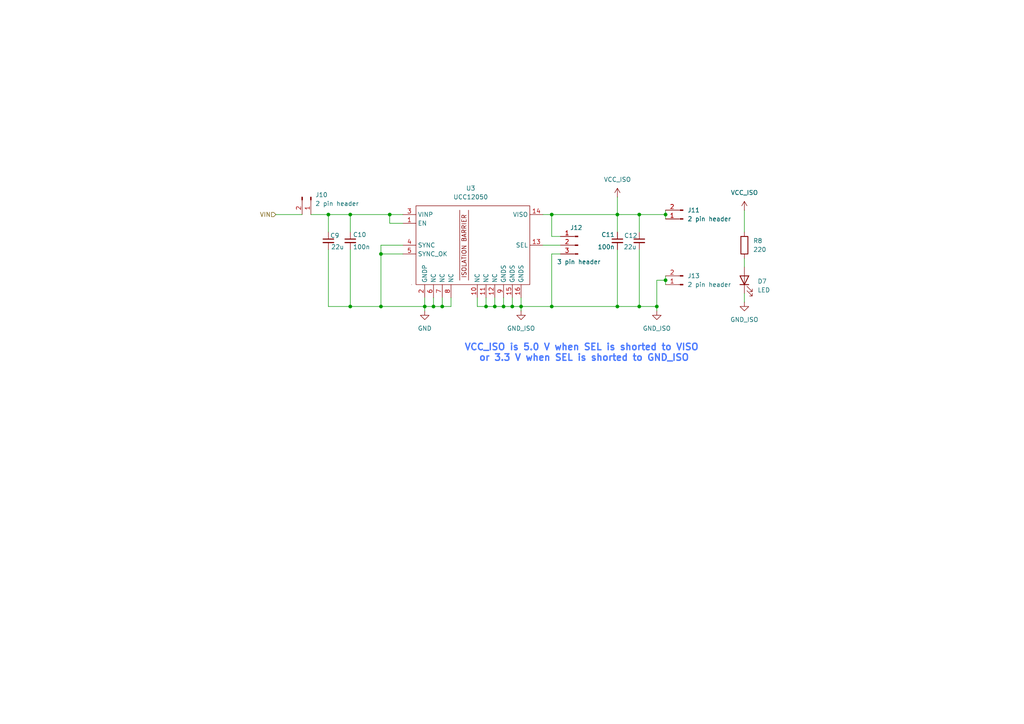
<source format=kicad_sch>
(kicad_sch
	(version 20231120)
	(generator "eeschema")
	(generator_version "8.0")
	(uuid "7afd2ae7-2b56-4a05-a88f-f25926dd8dda")
	(paper "A4")
	(lib_symbols
		(symbol "Connector:Conn_01x02_Pin"
			(pin_names
				(offset 1.016) hide)
			(exclude_from_sim no)
			(in_bom yes)
			(on_board yes)
			(property "Reference" "J"
				(at 0 2.54 0)
				(effects
					(font
						(size 1.27 1.27)
					)
				)
			)
			(property "Value" "Conn_01x02_Pin"
				(at 0 -5.08 0)
				(effects
					(font
						(size 1.27 1.27)
					)
				)
			)
			(property "Footprint" ""
				(at 0 0 0)
				(effects
					(font
						(size 1.27 1.27)
					)
					(hide yes)
				)
			)
			(property "Datasheet" "~"
				(at 0 0 0)
				(effects
					(font
						(size 1.27 1.27)
					)
					(hide yes)
				)
			)
			(property "Description" "Generic connector, single row, 01x02, script generated"
				(at 0 0 0)
				(effects
					(font
						(size 1.27 1.27)
					)
					(hide yes)
				)
			)
			(property "ki_locked" ""
				(at 0 0 0)
				(effects
					(font
						(size 1.27 1.27)
					)
				)
			)
			(property "ki_keywords" "connector"
				(at 0 0 0)
				(effects
					(font
						(size 1.27 1.27)
					)
					(hide yes)
				)
			)
			(property "ki_fp_filters" "Connector*:*_1x??_*"
				(at 0 0 0)
				(effects
					(font
						(size 1.27 1.27)
					)
					(hide yes)
				)
			)
			(symbol "Conn_01x02_Pin_1_1"
				(polyline
					(pts
						(xy 1.27 -2.54) (xy 0.8636 -2.54)
					)
					(stroke
						(width 0.1524)
						(type default)
					)
					(fill
						(type none)
					)
				)
				(polyline
					(pts
						(xy 1.27 0) (xy 0.8636 0)
					)
					(stroke
						(width 0.1524)
						(type default)
					)
					(fill
						(type none)
					)
				)
				(rectangle
					(start 0.8636 -2.413)
					(end 0 -2.667)
					(stroke
						(width 0.1524)
						(type default)
					)
					(fill
						(type outline)
					)
				)
				(rectangle
					(start 0.8636 0.127)
					(end 0 -0.127)
					(stroke
						(width 0.1524)
						(type default)
					)
					(fill
						(type outline)
					)
				)
				(pin passive line
					(at 5.08 0 180)
					(length 3.81)
					(name "Pin_1"
						(effects
							(font
								(size 1.27 1.27)
							)
						)
					)
					(number "1"
						(effects
							(font
								(size 1.27 1.27)
							)
						)
					)
				)
				(pin passive line
					(at 5.08 -2.54 180)
					(length 3.81)
					(name "Pin_2"
						(effects
							(font
								(size 1.27 1.27)
							)
						)
					)
					(number "2"
						(effects
							(font
								(size 1.27 1.27)
							)
						)
					)
				)
			)
		)
		(symbol "Connector:Conn_01x03_Pin"
			(pin_names
				(offset 1.016) hide)
			(exclude_from_sim no)
			(in_bom yes)
			(on_board yes)
			(property "Reference" "J"
				(at 0 5.08 0)
				(effects
					(font
						(size 1.27 1.27)
					)
				)
			)
			(property "Value" "Conn_01x03_Pin"
				(at 0 -5.08 0)
				(effects
					(font
						(size 1.27 1.27)
					)
				)
			)
			(property "Footprint" ""
				(at 0 0 0)
				(effects
					(font
						(size 1.27 1.27)
					)
					(hide yes)
				)
			)
			(property "Datasheet" "~"
				(at 0 0 0)
				(effects
					(font
						(size 1.27 1.27)
					)
					(hide yes)
				)
			)
			(property "Description" "Generic connector, single row, 01x03, script generated"
				(at 0 0 0)
				(effects
					(font
						(size 1.27 1.27)
					)
					(hide yes)
				)
			)
			(property "ki_locked" ""
				(at 0 0 0)
				(effects
					(font
						(size 1.27 1.27)
					)
				)
			)
			(property "ki_keywords" "connector"
				(at 0 0 0)
				(effects
					(font
						(size 1.27 1.27)
					)
					(hide yes)
				)
			)
			(property "ki_fp_filters" "Connector*:*_1x??_*"
				(at 0 0 0)
				(effects
					(font
						(size 1.27 1.27)
					)
					(hide yes)
				)
			)
			(symbol "Conn_01x03_Pin_1_1"
				(polyline
					(pts
						(xy 1.27 -2.54) (xy 0.8636 -2.54)
					)
					(stroke
						(width 0.1524)
						(type default)
					)
					(fill
						(type none)
					)
				)
				(polyline
					(pts
						(xy 1.27 0) (xy 0.8636 0)
					)
					(stroke
						(width 0.1524)
						(type default)
					)
					(fill
						(type none)
					)
				)
				(polyline
					(pts
						(xy 1.27 2.54) (xy 0.8636 2.54)
					)
					(stroke
						(width 0.1524)
						(type default)
					)
					(fill
						(type none)
					)
				)
				(rectangle
					(start 0.8636 -2.413)
					(end 0 -2.667)
					(stroke
						(width 0.1524)
						(type default)
					)
					(fill
						(type outline)
					)
				)
				(rectangle
					(start 0.8636 0.127)
					(end 0 -0.127)
					(stroke
						(width 0.1524)
						(type default)
					)
					(fill
						(type outline)
					)
				)
				(rectangle
					(start 0.8636 2.667)
					(end 0 2.413)
					(stroke
						(width 0.1524)
						(type default)
					)
					(fill
						(type outline)
					)
				)
				(pin passive line
					(at 5.08 2.54 180)
					(length 3.81)
					(name "Pin_1"
						(effects
							(font
								(size 1.27 1.27)
							)
						)
					)
					(number "1"
						(effects
							(font
								(size 1.27 1.27)
							)
						)
					)
				)
				(pin passive line
					(at 5.08 0 180)
					(length 3.81)
					(name "Pin_2"
						(effects
							(font
								(size 1.27 1.27)
							)
						)
					)
					(number "2"
						(effects
							(font
								(size 1.27 1.27)
							)
						)
					)
				)
				(pin passive line
					(at 5.08 -2.54 180)
					(length 3.81)
					(name "Pin_3"
						(effects
							(font
								(size 1.27 1.27)
							)
						)
					)
					(number "3"
						(effects
							(font
								(size 1.27 1.27)
							)
						)
					)
				)
			)
		)
		(symbol "Device:C_Small"
			(pin_numbers hide)
			(pin_names
				(offset 0.254) hide)
			(exclude_from_sim no)
			(in_bom yes)
			(on_board yes)
			(property "Reference" "C"
				(at 0.254 1.778 0)
				(effects
					(font
						(size 1.27 1.27)
					)
					(justify left)
				)
			)
			(property "Value" "C_Small"
				(at 0.254 -2.032 0)
				(effects
					(font
						(size 1.27 1.27)
					)
					(justify left)
				)
			)
			(property "Footprint" ""
				(at 0 0 0)
				(effects
					(font
						(size 1.27 1.27)
					)
					(hide yes)
				)
			)
			(property "Datasheet" "~"
				(at 0 0 0)
				(effects
					(font
						(size 1.27 1.27)
					)
					(hide yes)
				)
			)
			(property "Description" "Unpolarized capacitor, small symbol"
				(at 0 0 0)
				(effects
					(font
						(size 1.27 1.27)
					)
					(hide yes)
				)
			)
			(property "ki_keywords" "capacitor cap"
				(at 0 0 0)
				(effects
					(font
						(size 1.27 1.27)
					)
					(hide yes)
				)
			)
			(property "ki_fp_filters" "C_*"
				(at 0 0 0)
				(effects
					(font
						(size 1.27 1.27)
					)
					(hide yes)
				)
			)
			(symbol "C_Small_0_1"
				(polyline
					(pts
						(xy -1.524 -0.508) (xy 1.524 -0.508)
					)
					(stroke
						(width 0.3302)
						(type default)
					)
					(fill
						(type none)
					)
				)
				(polyline
					(pts
						(xy -1.524 0.508) (xy 1.524 0.508)
					)
					(stroke
						(width 0.3048)
						(type default)
					)
					(fill
						(type none)
					)
				)
			)
			(symbol "C_Small_1_1"
				(pin passive line
					(at 0 2.54 270)
					(length 2.032)
					(name "~"
						(effects
							(font
								(size 1.27 1.27)
							)
						)
					)
					(number "1"
						(effects
							(font
								(size 1.27 1.27)
							)
						)
					)
				)
				(pin passive line
					(at 0 -2.54 90)
					(length 2.032)
					(name "~"
						(effects
							(font
								(size 1.27 1.27)
							)
						)
					)
					(number "2"
						(effects
							(font
								(size 1.27 1.27)
							)
						)
					)
				)
			)
		)
		(symbol "Device:LED"
			(pin_numbers hide)
			(pin_names
				(offset 1.016) hide)
			(exclude_from_sim no)
			(in_bom yes)
			(on_board yes)
			(property "Reference" "D"
				(at 0 2.54 0)
				(effects
					(font
						(size 1.27 1.27)
					)
				)
			)
			(property "Value" "LED"
				(at 0 -2.54 0)
				(effects
					(font
						(size 1.27 1.27)
					)
				)
			)
			(property "Footprint" ""
				(at 0 0 0)
				(effects
					(font
						(size 1.27 1.27)
					)
					(hide yes)
				)
			)
			(property "Datasheet" "~"
				(at 0 0 0)
				(effects
					(font
						(size 1.27 1.27)
					)
					(hide yes)
				)
			)
			(property "Description" "Light emitting diode"
				(at 0 0 0)
				(effects
					(font
						(size 1.27 1.27)
					)
					(hide yes)
				)
			)
			(property "ki_keywords" "LED diode"
				(at 0 0 0)
				(effects
					(font
						(size 1.27 1.27)
					)
					(hide yes)
				)
			)
			(property "ki_fp_filters" "LED* LED_SMD:* LED_THT:*"
				(at 0 0 0)
				(effects
					(font
						(size 1.27 1.27)
					)
					(hide yes)
				)
			)
			(symbol "LED_0_1"
				(polyline
					(pts
						(xy -1.27 -1.27) (xy -1.27 1.27)
					)
					(stroke
						(width 0.254)
						(type default)
					)
					(fill
						(type none)
					)
				)
				(polyline
					(pts
						(xy -1.27 0) (xy 1.27 0)
					)
					(stroke
						(width 0)
						(type default)
					)
					(fill
						(type none)
					)
				)
				(polyline
					(pts
						(xy 1.27 -1.27) (xy 1.27 1.27) (xy -1.27 0) (xy 1.27 -1.27)
					)
					(stroke
						(width 0.254)
						(type default)
					)
					(fill
						(type none)
					)
				)
				(polyline
					(pts
						(xy -3.048 -0.762) (xy -4.572 -2.286) (xy -3.81 -2.286) (xy -4.572 -2.286) (xy -4.572 -1.524)
					)
					(stroke
						(width 0)
						(type default)
					)
					(fill
						(type none)
					)
				)
				(polyline
					(pts
						(xy -1.778 -0.762) (xy -3.302 -2.286) (xy -2.54 -2.286) (xy -3.302 -2.286) (xy -3.302 -1.524)
					)
					(stroke
						(width 0)
						(type default)
					)
					(fill
						(type none)
					)
				)
			)
			(symbol "LED_1_1"
				(pin passive line
					(at -3.81 0 0)
					(length 2.54)
					(name "K"
						(effects
							(font
								(size 1.27 1.27)
							)
						)
					)
					(number "1"
						(effects
							(font
								(size 1.27 1.27)
							)
						)
					)
				)
				(pin passive line
					(at 3.81 0 180)
					(length 2.54)
					(name "A"
						(effects
							(font
								(size 1.27 1.27)
							)
						)
					)
					(number "2"
						(effects
							(font
								(size 1.27 1.27)
							)
						)
					)
				)
			)
		)
		(symbol "Device:R"
			(pin_numbers hide)
			(pin_names
				(offset 0)
			)
			(exclude_from_sim no)
			(in_bom yes)
			(on_board yes)
			(property "Reference" "R"
				(at 2.032 0 90)
				(effects
					(font
						(size 1.27 1.27)
					)
				)
			)
			(property "Value" "R"
				(at 0 0 90)
				(effects
					(font
						(size 1.27 1.27)
					)
				)
			)
			(property "Footprint" ""
				(at -1.778 0 90)
				(effects
					(font
						(size 1.27 1.27)
					)
					(hide yes)
				)
			)
			(property "Datasheet" "~"
				(at 0 0 0)
				(effects
					(font
						(size 1.27 1.27)
					)
					(hide yes)
				)
			)
			(property "Description" "Resistor"
				(at 0 0 0)
				(effects
					(font
						(size 1.27 1.27)
					)
					(hide yes)
				)
			)
			(property "ki_keywords" "R res resistor"
				(at 0 0 0)
				(effects
					(font
						(size 1.27 1.27)
					)
					(hide yes)
				)
			)
			(property "ki_fp_filters" "R_*"
				(at 0 0 0)
				(effects
					(font
						(size 1.27 1.27)
					)
					(hide yes)
				)
			)
			(symbol "R_0_1"
				(rectangle
					(start -1.016 -2.54)
					(end 1.016 2.54)
					(stroke
						(width 0.254)
						(type default)
					)
					(fill
						(type none)
					)
				)
			)
			(symbol "R_1_1"
				(pin passive line
					(at 0 3.81 270)
					(length 1.27)
					(name "~"
						(effects
							(font
								(size 1.27 1.27)
							)
						)
					)
					(number "1"
						(effects
							(font
								(size 1.27 1.27)
							)
						)
					)
				)
				(pin passive line
					(at 0 -3.81 90)
					(length 1.27)
					(name "~"
						(effects
							(font
								(size 1.27 1.27)
							)
						)
					)
					(number "2"
						(effects
							(font
								(size 1.27 1.27)
							)
						)
					)
				)
			)
		)
		(symbol "TUES_VMKS_DC_lib:UCC12050"
			(exclude_from_sim no)
			(in_bom yes)
			(on_board yes)
			(property "Reference" "U?"
				(at 1.524 24.384 0)
				(effects
					(font
						(size 1.27 1.27)
					)
				)
			)
			(property "Value" "UCC12050"
				(at 36.576 -1.778 0)
				(effects
					(font
						(size 1.27 1.27)
					)
				)
			)
			(property "Footprint" "SOIC-16_UCC12050"
				(at -1.27 0 0)
				(effects
					(font
						(size 1.27 1.27)
					)
					(hide yes)
				)
			)
			(property "Datasheet" "https://www.ti.com/lit/ds/symlink/ucc12050.pdf"
				(at 68.326 1.27 0)
				(effects
					(font
						(size 1.27 1.27)
					)
					(hide yes)
				)
			)
			(property "Description" "High-Density, Low-EMI, 5-kVRMS Reinforced Isolation DC/DC Module"
				(at 36.068 29.464 0)
				(effects
					(font
						(size 1.27 1.27)
					)
					(hide yes)
				)
			)
			(symbol "UCC12050_0_1"
				(rectangle
					(start -1.27 0)
					(end -1.27 0)
					(stroke
						(width 0)
						(type default)
					)
					(fill
						(type none)
					)
				)
				(polyline
					(pts
						(xy 12.7 1.27) (xy 12.7 21.59)
					)
					(stroke
						(width 0)
						(type default)
					)
					(fill
						(type none)
					)
				)
				(polyline
					(pts
						(xy 15.24 1.27) (xy 15.24 21.59)
					)
					(stroke
						(width 0)
						(type default)
					)
					(fill
						(type none)
					)
				)
				(rectangle
					(start 0 22.86)
					(end 33.02 0)
					(stroke
						(width 0)
						(type default)
					)
					(fill
						(type none)
					)
				)
			)
			(symbol "UCC12050_1_1"
				(text "ISOLATION BARRIER"
					(at 13.97 11.176 900)
					(effects
						(font
							(size 1.27 1.27)
						)
					)
				)
				(pin input line
					(at -3.81 17.78 0)
					(length 3.81)
					(name "EN"
						(effects
							(font
								(size 1.27 1.27)
							)
						)
					)
					(number "1"
						(effects
							(font
								(size 1.27 1.27)
							)
						)
					)
				)
				(pin free line
					(at 17.78 -3.81 90)
					(length 3.81)
					(name "NC"
						(effects
							(font
								(size 1.27 1.27)
							)
						)
					)
					(number "10"
						(effects
							(font
								(size 1.27 1.27)
							)
						)
					)
				)
				(pin free line
					(at 20.32 -3.81 90)
					(length 3.81)
					(name "NC"
						(effects
							(font
								(size 1.27 1.27)
							)
						)
					)
					(number "11"
						(effects
							(font
								(size 1.27 1.27)
							)
						)
					)
				)
				(pin free line
					(at 22.86 -3.81 90)
					(length 3.81)
					(name "NC"
						(effects
							(font
								(size 1.27 1.27)
							)
						)
					)
					(number "12"
						(effects
							(font
								(size 1.27 1.27)
							)
						)
					)
				)
				(pin input line
					(at 36.83 11.43 180)
					(length 3.81)
					(name "SEL"
						(effects
							(font
								(size 1.27 1.27)
							)
						)
					)
					(number "13"
						(effects
							(font
								(size 1.27 1.27)
							)
						)
					)
				)
				(pin power_out line
					(at 36.83 20.32 180)
					(length 3.81)
					(name "VISO"
						(effects
							(font
								(size 1.27 1.27)
							)
						)
					)
					(number "14"
						(effects
							(font
								(size 1.27 1.27)
							)
						)
					)
				)
				(pin power_out line
					(at 27.94 -3.81 90)
					(length 3.81)
					(name "GNDS"
						(effects
							(font
								(size 1.27 1.27)
							)
						)
					)
					(number "15"
						(effects
							(font
								(size 1.27 1.27)
							)
						)
					)
				)
				(pin power_out line
					(at 30.48 -3.81 90)
					(length 3.81)
					(name "GNDS"
						(effects
							(font
								(size 1.27 1.27)
							)
						)
					)
					(number "16"
						(effects
							(font
								(size 1.27 1.27)
							)
						)
					)
				)
				(pin power_out line
					(at 2.54 -3.81 90)
					(length 3.81)
					(name "GNDP"
						(effects
							(font
								(size 1.27 1.27)
							)
						)
					)
					(number "2"
						(effects
							(font
								(size 1.27 1.27)
							)
						)
					)
				)
				(pin power_in line
					(at -3.81 20.32 0)
					(length 3.81)
					(name "VINP"
						(effects
							(font
								(size 1.27 1.27)
							)
						)
					)
					(number "3"
						(effects
							(font
								(size 1.27 1.27)
							)
						)
					)
				)
				(pin input line
					(at -3.81 11.43 0)
					(length 3.81)
					(name "SYNC"
						(effects
							(font
								(size 1.27 1.27)
							)
						)
					)
					(number "4"
						(effects
							(font
								(size 1.27 1.27)
							)
						)
					)
				)
				(pin open_collector line
					(at -3.81 8.89 0)
					(length 3.81)
					(name "SYNC_OK"
						(effects
							(font
								(size 1.27 1.27)
							)
						)
					)
					(number "5"
						(effects
							(font
								(size 1.27 1.27)
							)
						)
					)
				)
				(pin free line
					(at 5.08 -3.81 90)
					(length 3.81)
					(name "NC"
						(effects
							(font
								(size 1.27 1.27)
							)
						)
					)
					(number "6"
						(effects
							(font
								(size 1.27 1.27)
							)
						)
					)
				)
				(pin free line
					(at 7.62 -3.81 90)
					(length 3.81)
					(name "NC"
						(effects
							(font
								(size 1.27 1.27)
							)
						)
					)
					(number "7"
						(effects
							(font
								(size 1.27 1.27)
							)
						)
					)
				)
				(pin free line
					(at 10.16 -3.81 90)
					(length 3.81)
					(name "NC"
						(effects
							(font
								(size 1.27 1.27)
							)
						)
					)
					(number "8"
						(effects
							(font
								(size 1.27 1.27)
							)
						)
					)
				)
				(pin power_out line
					(at 25.4 -3.81 90)
					(length 3.81)
					(name "GNDS"
						(effects
							(font
								(size 1.27 1.27)
							)
						)
					)
					(number "9"
						(effects
							(font
								(size 1.27 1.27)
							)
						)
					)
				)
			)
		)
		(symbol "power:GND"
			(power)
			(pin_numbers hide)
			(pin_names
				(offset 0) hide)
			(exclude_from_sim no)
			(in_bom yes)
			(on_board yes)
			(property "Reference" "#PWR"
				(at 0 -6.35 0)
				(effects
					(font
						(size 1.27 1.27)
					)
					(hide yes)
				)
			)
			(property "Value" "GND"
				(at 0 -3.81 0)
				(effects
					(font
						(size 1.27 1.27)
					)
				)
			)
			(property "Footprint" ""
				(at 0 0 0)
				(effects
					(font
						(size 1.27 1.27)
					)
					(hide yes)
				)
			)
			(property "Datasheet" ""
				(at 0 0 0)
				(effects
					(font
						(size 1.27 1.27)
					)
					(hide yes)
				)
			)
			(property "Description" "Power symbol creates a global label with name \"GND\" , ground"
				(at 0 0 0)
				(effects
					(font
						(size 1.27 1.27)
					)
					(hide yes)
				)
			)
			(property "ki_keywords" "global power"
				(at 0 0 0)
				(effects
					(font
						(size 1.27 1.27)
					)
					(hide yes)
				)
			)
			(symbol "GND_0_1"
				(polyline
					(pts
						(xy 0 0) (xy 0 -1.27) (xy 1.27 -1.27) (xy 0 -2.54) (xy -1.27 -1.27) (xy 0 -1.27)
					)
					(stroke
						(width 0)
						(type default)
					)
					(fill
						(type none)
					)
				)
			)
			(symbol "GND_1_1"
				(pin power_in line
					(at 0 0 270)
					(length 0)
					(name "~"
						(effects
							(font
								(size 1.27 1.27)
							)
						)
					)
					(number "1"
						(effects
							(font
								(size 1.27 1.27)
							)
						)
					)
				)
			)
		)
		(symbol "power:VCC"
			(power)
			(pin_numbers hide)
			(pin_names
				(offset 0) hide)
			(exclude_from_sim no)
			(in_bom yes)
			(on_board yes)
			(property "Reference" "#PWR"
				(at 0 -3.81 0)
				(effects
					(font
						(size 1.27 1.27)
					)
					(hide yes)
				)
			)
			(property "Value" "VCC"
				(at 0 3.556 0)
				(effects
					(font
						(size 1.27 1.27)
					)
				)
			)
			(property "Footprint" ""
				(at 0 0 0)
				(effects
					(font
						(size 1.27 1.27)
					)
					(hide yes)
				)
			)
			(property "Datasheet" ""
				(at 0 0 0)
				(effects
					(font
						(size 1.27 1.27)
					)
					(hide yes)
				)
			)
			(property "Description" "Power symbol creates a global label with name \"VCC\""
				(at 0 0 0)
				(effects
					(font
						(size 1.27 1.27)
					)
					(hide yes)
				)
			)
			(property "ki_keywords" "global power"
				(at 0 0 0)
				(effects
					(font
						(size 1.27 1.27)
					)
					(hide yes)
				)
			)
			(symbol "VCC_0_1"
				(polyline
					(pts
						(xy -0.762 1.27) (xy 0 2.54)
					)
					(stroke
						(width 0)
						(type default)
					)
					(fill
						(type none)
					)
				)
				(polyline
					(pts
						(xy 0 0) (xy 0 2.54)
					)
					(stroke
						(width 0)
						(type default)
					)
					(fill
						(type none)
					)
				)
				(polyline
					(pts
						(xy 0 2.54) (xy 0.762 1.27)
					)
					(stroke
						(width 0)
						(type default)
					)
					(fill
						(type none)
					)
				)
			)
			(symbol "VCC_1_1"
				(pin power_in line
					(at 0 0 90)
					(length 0)
					(name "~"
						(effects
							(font
								(size 1.27 1.27)
							)
						)
					)
					(number "1"
						(effects
							(font
								(size 1.27 1.27)
							)
						)
					)
				)
			)
		)
	)
	(junction
		(at 193.04 62.23)
		(diameter 0)
		(color 0 0 0 0)
		(uuid "04b9af4a-272f-4d88-89cc-e092ef4c2f8c")
	)
	(junction
		(at 179.07 62.23)
		(diameter 0)
		(color 0 0 0 0)
		(uuid "104745d6-1b99-4f79-92ee-209cc7ab5b1b")
	)
	(junction
		(at 185.42 62.23)
		(diameter 0)
		(color 0 0 0 0)
		(uuid "16c3abd2-a714-4a54-a824-057edb6d5c28")
	)
	(junction
		(at 190.5 88.9)
		(diameter 0)
		(color 0 0 0 0)
		(uuid "1a3564c0-c227-46ba-8efc-6dc43b5c0ccf")
	)
	(junction
		(at 101.6 62.23)
		(diameter 0)
		(color 0 0 0 0)
		(uuid "4d170bbc-d0b6-4a31-8b98-6aac7c4bf426")
	)
	(junction
		(at 146.05 88.9)
		(diameter 0)
		(color 0 0 0 0)
		(uuid "509434cf-1c70-43b8-aac2-39fff34ff6c6")
	)
	(junction
		(at 179.07 88.9)
		(diameter 0)
		(color 0 0 0 0)
		(uuid "5208d7a8-9b3a-4c23-b208-07f8381c43ce")
	)
	(junction
		(at 193.04 81.28)
		(diameter 0)
		(color 0 0 0 0)
		(uuid "575e2b02-3bc9-486f-acd2-8881101f73ee")
	)
	(junction
		(at 110.49 73.66)
		(diameter 0)
		(color 0 0 0 0)
		(uuid "6f50a113-d88c-4f06-85b1-d3f7f8e59f70")
	)
	(junction
		(at 123.19 88.9)
		(diameter 0)
		(color 0 0 0 0)
		(uuid "70eeb743-0327-4c29-a521-d0e2ed639a35")
	)
	(junction
		(at 148.59 88.9)
		(diameter 0)
		(color 0 0 0 0)
		(uuid "7f1a93b6-0e1b-4246-8cf1-542b1861edac")
	)
	(junction
		(at 160.02 62.23)
		(diameter 0)
		(color 0 0 0 0)
		(uuid "91b3cbba-cb94-47b3-a276-99fa3dbae2d4")
	)
	(junction
		(at 125.73 88.9)
		(diameter 0)
		(color 0 0 0 0)
		(uuid "976d6e08-c7e4-45a2-8763-00f14c839cf7")
	)
	(junction
		(at 95.25 62.23)
		(diameter 0)
		(color 0 0 0 0)
		(uuid "98f2e154-3b32-4135-a1fd-74b1667c3241")
	)
	(junction
		(at 128.27 88.9)
		(diameter 0)
		(color 0 0 0 0)
		(uuid "ae89bccc-fbfd-4d1d-a819-bf80beeb857e")
	)
	(junction
		(at 101.6 88.9)
		(diameter 0)
		(color 0 0 0 0)
		(uuid "b30e0061-dbbd-4532-a34a-203dffea277c")
	)
	(junction
		(at 185.42 88.9)
		(diameter 0)
		(color 0 0 0 0)
		(uuid "b5abcbe4-6528-4c99-838c-0a2cd98e3581")
	)
	(junction
		(at 151.13 88.9)
		(diameter 0)
		(color 0 0 0 0)
		(uuid "ba31ebb2-8638-46ab-b03b-b94b99b23ee3")
	)
	(junction
		(at 113.03 62.23)
		(diameter 0)
		(color 0 0 0 0)
		(uuid "c78b25c4-a8f1-462d-bcb3-daa1417b5b9e")
	)
	(junction
		(at 143.51 88.9)
		(diameter 0)
		(color 0 0 0 0)
		(uuid "ced47ae7-bcdd-4650-94e8-627d36f1af13")
	)
	(junction
		(at 140.97 88.9)
		(diameter 0)
		(color 0 0 0 0)
		(uuid "d0bb6586-ac64-44bf-86ef-39ace61923bf")
	)
	(junction
		(at 110.49 88.9)
		(diameter 0)
		(color 0 0 0 0)
		(uuid "d444c8a1-2616-42f9-b683-45019c1c65a6")
	)
	(junction
		(at 160.02 88.9)
		(diameter 0)
		(color 0 0 0 0)
		(uuid "e6ac1b0a-8625-4b3b-b20d-1fa041502fbf")
	)
	(wire
		(pts
			(xy 193.04 81.28) (xy 193.04 82.55)
		)
		(stroke
			(width 0)
			(type default)
		)
		(uuid "00358b9f-2081-406a-9fe0-fae9e516229d")
	)
	(wire
		(pts
			(xy 151.13 86.36) (xy 151.13 88.9)
		)
		(stroke
			(width 0)
			(type default)
		)
		(uuid "00e6646d-a03b-4fb9-ac51-7c2cb1b16135")
	)
	(wire
		(pts
			(xy 185.42 62.23) (xy 193.04 62.23)
		)
		(stroke
			(width 0)
			(type default)
		)
		(uuid "01755339-09e6-4c78-b174-e19a1227afec")
	)
	(wire
		(pts
			(xy 110.49 88.9) (xy 101.6 88.9)
		)
		(stroke
			(width 0)
			(type default)
		)
		(uuid "01a4aff1-9fd9-48bb-b674-ccd686b5ff76")
	)
	(wire
		(pts
			(xy 160.02 88.9) (xy 179.07 88.9)
		)
		(stroke
			(width 0)
			(type default)
		)
		(uuid "07ba7c1f-6438-4da6-aa75-3a7cb011e9d1")
	)
	(wire
		(pts
			(xy 193.04 60.96) (xy 193.04 62.23)
		)
		(stroke
			(width 0)
			(type default)
		)
		(uuid "0b431558-005a-429e-84ae-b9927e29d880")
	)
	(wire
		(pts
			(xy 110.49 88.9) (xy 110.49 73.66)
		)
		(stroke
			(width 0)
			(type default)
		)
		(uuid "0e833d2b-2e52-4635-9f86-e9acd3a6d422")
	)
	(wire
		(pts
			(xy 138.43 86.36) (xy 138.43 88.9)
		)
		(stroke
			(width 0)
			(type default)
		)
		(uuid "0ec711ee-b486-494f-9312-13d2c4c741a5")
	)
	(wire
		(pts
			(xy 179.07 72.39) (xy 179.07 88.9)
		)
		(stroke
			(width 0)
			(type default)
		)
		(uuid "142314a9-050f-4492-ac1f-3bcb9fb9c818")
	)
	(wire
		(pts
			(xy 215.9 74.93) (xy 215.9 77.47)
		)
		(stroke
			(width 0)
			(type default)
		)
		(uuid "17ebec7f-64f3-450c-ab00-2dc8288ca226")
	)
	(wire
		(pts
			(xy 128.27 88.9) (xy 130.81 88.9)
		)
		(stroke
			(width 0)
			(type default)
		)
		(uuid "1c4abf4f-8db8-41e7-ad8a-85d058b21817")
	)
	(wire
		(pts
			(xy 190.5 88.9) (xy 190.5 90.17)
		)
		(stroke
			(width 0)
			(type default)
		)
		(uuid "21cc014d-18dc-4cb7-a23a-625f6ccff29c")
	)
	(wire
		(pts
			(xy 148.59 88.9) (xy 151.13 88.9)
		)
		(stroke
			(width 0)
			(type default)
		)
		(uuid "25d7438b-d9c3-4066-a28b-5f7bfaf9eac7")
	)
	(wire
		(pts
			(xy 179.07 62.23) (xy 179.07 67.31)
		)
		(stroke
			(width 0)
			(type default)
		)
		(uuid "279adec6-f593-446a-971b-8354d578dea9")
	)
	(wire
		(pts
			(xy 125.73 88.9) (xy 125.73 86.36)
		)
		(stroke
			(width 0)
			(type default)
		)
		(uuid "2a26919a-f2ad-4f52-b330-d42a63ce07f5")
	)
	(wire
		(pts
			(xy 90.17 62.23) (xy 95.25 62.23)
		)
		(stroke
			(width 0)
			(type default)
		)
		(uuid "2dd3b86c-9827-4fb0-97ec-fca0248b5890")
	)
	(wire
		(pts
			(xy 148.59 86.36) (xy 148.59 88.9)
		)
		(stroke
			(width 0)
			(type default)
		)
		(uuid "2e3ccf2b-83c8-4805-b235-bceb7db1a125")
	)
	(wire
		(pts
			(xy 101.6 88.9) (xy 95.25 88.9)
		)
		(stroke
			(width 0)
			(type default)
		)
		(uuid "3290feb2-0977-4848-963a-ae19058f3916")
	)
	(wire
		(pts
			(xy 95.25 88.9) (xy 95.25 72.39)
		)
		(stroke
			(width 0)
			(type default)
		)
		(uuid "343fa147-e9a0-46d4-87f8-cebb1aa433b4")
	)
	(wire
		(pts
			(xy 185.42 62.23) (xy 185.42 67.31)
		)
		(stroke
			(width 0)
			(type default)
		)
		(uuid "3573862a-034b-4f3b-8f24-f22700455667")
	)
	(wire
		(pts
			(xy 113.03 64.77) (xy 113.03 62.23)
		)
		(stroke
			(width 0)
			(type default)
		)
		(uuid "35bebb69-58fd-4574-af0c-70b01eae576f")
	)
	(wire
		(pts
			(xy 160.02 62.23) (xy 160.02 68.58)
		)
		(stroke
			(width 0)
			(type default)
		)
		(uuid "3c97b5a6-24bd-4088-8b3e-c5a0ba4011c2")
	)
	(wire
		(pts
			(xy 162.56 68.58) (xy 160.02 68.58)
		)
		(stroke
			(width 0)
			(type default)
		)
		(uuid "3dbbf2b2-a90c-4629-9365-e7721e6ced0b")
	)
	(wire
		(pts
			(xy 95.25 62.23) (xy 95.25 67.31)
		)
		(stroke
			(width 0)
			(type default)
		)
		(uuid "43bd731c-d8f9-4b43-b504-f9cded12998f")
	)
	(wire
		(pts
			(xy 123.19 88.9) (xy 123.19 90.17)
		)
		(stroke
			(width 0)
			(type default)
		)
		(uuid "448d53a8-b496-4f3e-8726-aa908a39854d")
	)
	(wire
		(pts
			(xy 193.04 62.23) (xy 193.04 63.5)
		)
		(stroke
			(width 0)
			(type default)
		)
		(uuid "482e1f50-f98d-4745-a99e-64caf1301842")
	)
	(wire
		(pts
			(xy 215.9 85.09) (xy 215.9 87.63)
		)
		(stroke
			(width 0)
			(type default)
		)
		(uuid "51b58b7e-1cb0-40b2-8e77-9438fd56cbd9")
	)
	(wire
		(pts
			(xy 190.5 81.28) (xy 190.5 88.9)
		)
		(stroke
			(width 0)
			(type default)
		)
		(uuid "5b123c26-2f6f-43e8-a370-f6fd802f70b2")
	)
	(wire
		(pts
			(xy 157.48 71.12) (xy 162.56 71.12)
		)
		(stroke
			(width 0)
			(type default)
		)
		(uuid "5dbd4111-a5ba-4c34-a442-070c014851d4")
	)
	(wire
		(pts
			(xy 179.07 62.23) (xy 185.42 62.23)
		)
		(stroke
			(width 0)
			(type default)
		)
		(uuid "60c856d4-098c-4df5-94ef-5c5de420a356")
	)
	(wire
		(pts
			(xy 151.13 88.9) (xy 160.02 88.9)
		)
		(stroke
			(width 0)
			(type default)
		)
		(uuid "628fc220-fbf5-4894-8541-1b821164b940")
	)
	(wire
		(pts
			(xy 140.97 86.36) (xy 140.97 88.9)
		)
		(stroke
			(width 0)
			(type default)
		)
		(uuid "67646bac-f9ff-4716-a72b-122af4ce9c4a")
	)
	(wire
		(pts
			(xy 130.81 88.9) (xy 130.81 86.36)
		)
		(stroke
			(width 0)
			(type default)
		)
		(uuid "69e0b29d-e432-4fc2-aa13-839d1ed6d000")
	)
	(wire
		(pts
			(xy 110.49 73.66) (xy 110.49 71.12)
		)
		(stroke
			(width 0)
			(type default)
		)
		(uuid "6c0a92fc-be39-4a4d-a685-875453fc0a03")
	)
	(wire
		(pts
			(xy 80.01 62.23) (xy 87.63 62.23)
		)
		(stroke
			(width 0)
			(type default)
		)
		(uuid "73cb2a5b-6fd1-4b4f-9cda-eaa04f0e981b")
	)
	(wire
		(pts
			(xy 157.48 62.23) (xy 160.02 62.23)
		)
		(stroke
			(width 0)
			(type default)
		)
		(uuid "7be11c14-f146-4fe8-b16a-b82ec7e39b55")
	)
	(wire
		(pts
			(xy 123.19 88.9) (xy 110.49 88.9)
		)
		(stroke
			(width 0)
			(type default)
		)
		(uuid "83059ffd-be21-49aa-a9b3-5b2b17660db0")
	)
	(wire
		(pts
			(xy 146.05 86.36) (xy 146.05 88.9)
		)
		(stroke
			(width 0)
			(type default)
		)
		(uuid "8556c8ca-5b5b-4efa-afcd-15427bba0623")
	)
	(wire
		(pts
			(xy 185.42 88.9) (xy 185.42 72.39)
		)
		(stroke
			(width 0)
			(type default)
		)
		(uuid "8ff2cfc6-254b-4dd1-9ac9-cff31d011d84")
	)
	(wire
		(pts
			(xy 143.51 86.36) (xy 143.51 88.9)
		)
		(stroke
			(width 0)
			(type default)
		)
		(uuid "940924bc-ae5f-4486-8dbd-ed535b91dd92")
	)
	(wire
		(pts
			(xy 160.02 62.23) (xy 179.07 62.23)
		)
		(stroke
			(width 0)
			(type default)
		)
		(uuid "9cb10971-5d23-49e8-bb92-dab56acf0073")
	)
	(wire
		(pts
			(xy 143.51 88.9) (xy 146.05 88.9)
		)
		(stroke
			(width 0)
			(type default)
		)
		(uuid "9f3fc628-68ba-4148-a6d7-eccbb92afbea")
	)
	(wire
		(pts
			(xy 160.02 73.66) (xy 160.02 88.9)
		)
		(stroke
			(width 0)
			(type default)
		)
		(uuid "a90ddb29-61fd-4e64-aad9-79615b06f7ee")
	)
	(wire
		(pts
			(xy 101.6 72.39) (xy 101.6 88.9)
		)
		(stroke
			(width 0)
			(type default)
		)
		(uuid "aeb250ec-6e10-451c-b749-57763297e3e6")
	)
	(wire
		(pts
			(xy 123.19 86.36) (xy 123.19 88.9)
		)
		(stroke
			(width 0)
			(type default)
		)
		(uuid "aeb7fe4c-e088-4639-a96e-52e3de99d9c3")
	)
	(wire
		(pts
			(xy 179.07 88.9) (xy 185.42 88.9)
		)
		(stroke
			(width 0)
			(type default)
		)
		(uuid "b3b47e5c-16b6-4ddc-88ad-28f92cde4583")
	)
	(wire
		(pts
			(xy 128.27 88.9) (xy 125.73 88.9)
		)
		(stroke
			(width 0)
			(type default)
		)
		(uuid "b3bb83c1-0afa-4569-a29d-43645fa8cddc")
	)
	(wire
		(pts
			(xy 146.05 88.9) (xy 148.59 88.9)
		)
		(stroke
			(width 0)
			(type default)
		)
		(uuid "b8dde319-a492-448a-a040-1ef9aaaeedff")
	)
	(wire
		(pts
			(xy 179.07 57.15) (xy 179.07 62.23)
		)
		(stroke
			(width 0)
			(type default)
		)
		(uuid "cba0a13a-2845-4583-9a26-788da186cfaa")
	)
	(wire
		(pts
			(xy 110.49 73.66) (xy 116.84 73.66)
		)
		(stroke
			(width 0)
			(type default)
		)
		(uuid "cf6fba02-8587-42a6-9f18-71f8178b2e70")
	)
	(wire
		(pts
			(xy 101.6 62.23) (xy 101.6 67.31)
		)
		(stroke
			(width 0)
			(type default)
		)
		(uuid "d69e513e-5e13-494f-8ebc-d5d16735392d")
	)
	(wire
		(pts
			(xy 123.19 88.9) (xy 125.73 88.9)
		)
		(stroke
			(width 0)
			(type default)
		)
		(uuid "db7dce2d-e8a7-490f-a20a-e6296d361445")
	)
	(wire
		(pts
			(xy 95.25 62.23) (xy 101.6 62.23)
		)
		(stroke
			(width 0)
			(type default)
		)
		(uuid "dc6b4081-d7f6-4b64-94e6-805896b61139")
	)
	(wire
		(pts
			(xy 101.6 62.23) (xy 113.03 62.23)
		)
		(stroke
			(width 0)
			(type default)
		)
		(uuid "dc7a6ed4-3677-44e4-bd02-e09704f0942b")
	)
	(wire
		(pts
			(xy 138.43 88.9) (xy 140.97 88.9)
		)
		(stroke
			(width 0)
			(type default)
		)
		(uuid "dca1780c-47c1-4e58-bf01-a05731aac790")
	)
	(wire
		(pts
			(xy 215.9 60.96) (xy 215.9 67.31)
		)
		(stroke
			(width 0)
			(type default)
		)
		(uuid "e79cd86d-07a0-49e8-86e7-a2b5d7fd9d77")
	)
	(wire
		(pts
			(xy 151.13 88.9) (xy 151.13 90.17)
		)
		(stroke
			(width 0)
			(type default)
		)
		(uuid "ebe9a982-7756-4305-b6d7-70a555b7d5de")
	)
	(wire
		(pts
			(xy 193.04 81.28) (xy 190.5 81.28)
		)
		(stroke
			(width 0)
			(type default)
		)
		(uuid "ed0b0200-6552-4eca-a8b6-bb8adcffee44")
	)
	(wire
		(pts
			(xy 113.03 62.23) (xy 116.84 62.23)
		)
		(stroke
			(width 0)
			(type default)
		)
		(uuid "f027823a-07d7-453d-8b18-a010b127a10d")
	)
	(wire
		(pts
			(xy 140.97 88.9) (xy 143.51 88.9)
		)
		(stroke
			(width 0)
			(type default)
		)
		(uuid "f03908a4-baf4-42d7-8e7f-7e49764a83ec")
	)
	(wire
		(pts
			(xy 185.42 88.9) (xy 190.5 88.9)
		)
		(stroke
			(width 0)
			(type default)
		)
		(uuid "f20b3690-9d07-49a2-ba71-982d58b0adca")
	)
	(wire
		(pts
			(xy 193.04 80.01) (xy 193.04 81.28)
		)
		(stroke
			(width 0)
			(type default)
		)
		(uuid "f249687f-5167-4d76-bbbb-79d9edd52180")
	)
	(wire
		(pts
			(xy 128.27 86.36) (xy 128.27 88.9)
		)
		(stroke
			(width 0)
			(type default)
		)
		(uuid "f3053a88-b5fb-4b4d-872a-88e0b221acea")
	)
	(wire
		(pts
			(xy 110.49 71.12) (xy 116.84 71.12)
		)
		(stroke
			(width 0)
			(type default)
		)
		(uuid "f6f64be9-c45f-45f4-a781-7beb0d475b65")
	)
	(wire
		(pts
			(xy 116.84 64.77) (xy 113.03 64.77)
		)
		(stroke
			(width 0)
			(type default)
		)
		(uuid "f93762c2-4554-4bbe-ab85-003d3f0d17f0")
	)
	(wire
		(pts
			(xy 162.56 73.66) (xy 160.02 73.66)
		)
		(stroke
			(width 0)
			(type default)
		)
		(uuid "fb43ae5e-6b96-4bed-9e14-9925ded3b22a")
	)
	(text "VCC_ISO is 5.0 V when SEL is shorted to VISO \nor 3.3 V when SEL is shorted to GND_ISO"
		(exclude_from_sim no)
		(at 169.418 102.362 0)
		(effects
			(font
				(size 1.905 1.905)
				(thickness 0.381)
				(bold yes)
				(color 73 120 255 1)
			)
		)
		(uuid "81078060-ffe9-4cef-91a8-edefcf56d993")
	)
	(hierarchical_label "VIN"
		(shape input)
		(at 80.01 62.23 180)
		(fields_autoplaced yes)
		(effects
			(font
				(size 1.27 1.27)
			)
			(justify right)
		)
		(uuid "d2e05a19-7f0e-4f45-8685-33ccf47643be")
	)
	(symbol
		(lib_id "Connector:Conn_01x03_Pin")
		(at 167.64 71.12 0)
		(mirror y)
		(unit 1)
		(exclude_from_sim no)
		(in_bom yes)
		(on_board yes)
		(dnp no)
		(uuid "033ec107-733e-4860-b449-d1634300ec35")
		(property "Reference" "J12"
			(at 167.132 66.04 0)
			(effects
				(font
					(size 1.27 1.27)
				)
			)
		)
		(property "Value" "3 pin header"
			(at 167.894 75.946 0)
			(effects
				(font
					(size 1.27 1.27)
				)
			)
		)
		(property "Footprint" "Connector_PinHeader_2.54mm:PinHeader_1x03_P2.54mm_Vertical"
			(at 167.64 71.12 0)
			(effects
				(font
					(size 1.27 1.27)
				)
				(hide yes)
			)
		)
		(property "Datasheet" "~"
			(at 167.64 71.12 0)
			(effects
				(font
					(size 1.27 1.27)
				)
				(hide yes)
			)
		)
		(property "Description" "Generic connector, single row, 01x03, script generated"
			(at 167.64 71.12 0)
			(effects
				(font
					(size 1.27 1.27)
				)
				(hide yes)
			)
		)
		(pin "2"
			(uuid "26c6645b-4e2a-4b81-a2cd-7661fcbbc71b")
		)
		(pin "1"
			(uuid "57a97be2-9dd4-427f-8f63-153373fddb6c")
		)
		(pin "3"
			(uuid "fa3dd44a-4ec8-4faf-be40-f002a3df84cb")
		)
		(instances
			(project ""
				(path "/90387532-b487-487a-b99c-671e9dfd7a26/55bda9ff-afa5-4092-9a01-73b8d4601ffb"
					(reference "J12")
					(unit 1)
				)
			)
		)
	)
	(symbol
		(lib_id "Device:C_Small")
		(at 179.07 69.85 0)
		(mirror y)
		(unit 1)
		(exclude_from_sim no)
		(in_bom yes)
		(on_board yes)
		(dnp no)
		(uuid "0a04e6f3-c47d-4fc1-acb8-991bd7c4b963")
		(property "Reference" "C11"
			(at 178.308 68.072 0)
			(effects
				(font
					(size 1.27 1.27)
				)
				(justify left)
			)
		)
		(property "Value" "100n"
			(at 178.308 71.628 0)
			(effects
				(font
					(size 1.27 1.27)
				)
				(justify left)
			)
		)
		(property "Footprint" "Capacitor_SMD:C_0603_1608Metric_Pad1.08x0.95mm_HandSolder"
			(at 179.07 69.85 0)
			(effects
				(font
					(size 1.27 1.27)
				)
				(hide yes)
			)
		)
		(property "Datasheet" "~"
			(at 179.07 69.85 0)
			(effects
				(font
					(size 1.27 1.27)
				)
				(hide yes)
			)
		)
		(property "Description" "Unpolarized capacitor, small symbol"
			(at 179.07 69.85 0)
			(effects
				(font
					(size 1.27 1.27)
				)
				(hide yes)
			)
		)
		(pin "1"
			(uuid "fe246c92-04c2-4f25-bc4d-2c1168856cab")
		)
		(pin "2"
			(uuid "f06e3eba-079e-4117-9c8f-9bcfcf4791da")
		)
		(instances
			(project "G11_EMB_PCB1"
				(path "/90387532-b487-487a-b99c-671e9dfd7a26/55bda9ff-afa5-4092-9a01-73b8d4601ffb"
					(reference "C11")
					(unit 1)
				)
			)
		)
	)
	(symbol
		(lib_id "Device:C_Small")
		(at 101.6 69.85 0)
		(unit 1)
		(exclude_from_sim no)
		(in_bom yes)
		(on_board yes)
		(dnp no)
		(uuid "0b5fe65c-0470-4f88-91dc-a08ee92248a7")
		(property "Reference" "C10"
			(at 102.362 68.072 0)
			(effects
				(font
					(size 1.27 1.27)
				)
				(justify left)
			)
		)
		(property "Value" "100n"
			(at 102.362 71.628 0)
			(effects
				(font
					(size 1.27 1.27)
				)
				(justify left)
			)
		)
		(property "Footprint" "Capacitor_SMD:C_0603_1608Metric_Pad1.08x0.95mm_HandSolder"
			(at 101.6 69.85 0)
			(effects
				(font
					(size 1.27 1.27)
				)
				(hide yes)
			)
		)
		(property "Datasheet" "~"
			(at 101.6 69.85 0)
			(effects
				(font
					(size 1.27 1.27)
				)
				(hide yes)
			)
		)
		(property "Description" "Unpolarized capacitor, small symbol"
			(at 101.6 69.85 0)
			(effects
				(font
					(size 1.27 1.27)
				)
				(hide yes)
			)
		)
		(pin "1"
			(uuid "5e46edaf-b6f5-407e-af11-c77ac3129e56")
		)
		(pin "2"
			(uuid "118a9a99-e6ea-4f5b-8513-1d9eab2bf20a")
		)
		(instances
			(project "G11_EMB_PCB1"
				(path "/90387532-b487-487a-b99c-671e9dfd7a26/55bda9ff-afa5-4092-9a01-73b8d4601ffb"
					(reference "C10")
					(unit 1)
				)
			)
		)
	)
	(symbol
		(lib_id "power:GND")
		(at 190.5 90.17 0)
		(unit 1)
		(exclude_from_sim no)
		(in_bom yes)
		(on_board yes)
		(dnp no)
		(fields_autoplaced yes)
		(uuid "0f930ade-09a4-4ef0-a5c5-5e767e986374")
		(property "Reference" "#PWR029"
			(at 190.5 96.52 0)
			(effects
				(font
					(size 1.27 1.27)
				)
				(hide yes)
			)
		)
		(property "Value" "GND_ISO"
			(at 190.5 95.25 0)
			(effects
				(font
					(size 1.27 1.27)
				)
			)
		)
		(property "Footprint" ""
			(at 190.5 90.17 0)
			(effects
				(font
					(size 1.27 1.27)
				)
				(hide yes)
			)
		)
		(property "Datasheet" ""
			(at 190.5 90.17 0)
			(effects
				(font
					(size 1.27 1.27)
				)
				(hide yes)
			)
		)
		(property "Description" "Power symbol creates a global label with name \"GND\" , ground"
			(at 190.5 90.17 0)
			(effects
				(font
					(size 1.27 1.27)
				)
				(hide yes)
			)
		)
		(pin "1"
			(uuid "94317cb4-215f-4848-9c59-3c44397d4c15")
		)
		(instances
			(project "G11_EMB_PCB1"
				(path "/90387532-b487-487a-b99c-671e9dfd7a26/55bda9ff-afa5-4092-9a01-73b8d4601ffb"
					(reference "#PWR029")
					(unit 1)
				)
			)
		)
	)
	(symbol
		(lib_id "power:VCC")
		(at 215.9 60.96 0)
		(unit 1)
		(exclude_from_sim no)
		(in_bom yes)
		(on_board yes)
		(dnp no)
		(fields_autoplaced yes)
		(uuid "21758ce5-d663-4f89-8f03-7b6d270e86e7")
		(property "Reference" "#PWR025"
			(at 215.9 64.77 0)
			(effects
				(font
					(size 1.27 1.27)
				)
				(hide yes)
			)
		)
		(property "Value" "VCC_ISO"
			(at 215.9 55.88 0)
			(effects
				(font
					(size 1.27 1.27)
				)
			)
		)
		(property "Footprint" ""
			(at 215.9 60.96 0)
			(effects
				(font
					(size 1.27 1.27)
				)
				(hide yes)
			)
		)
		(property "Datasheet" ""
			(at 215.9 60.96 0)
			(effects
				(font
					(size 1.27 1.27)
				)
				(hide yes)
			)
		)
		(property "Description" "Power symbol creates a global label with name \"VCC\""
			(at 215.9 60.96 0)
			(effects
				(font
					(size 1.27 1.27)
				)
				(hide yes)
			)
		)
		(pin "1"
			(uuid "1252e084-49f9-48ba-ac33-96b40b4770ed")
		)
		(instances
			(project "G11_EMB_PCB1"
				(path "/90387532-b487-487a-b99c-671e9dfd7a26/55bda9ff-afa5-4092-9a01-73b8d4601ffb"
					(reference "#PWR025")
					(unit 1)
				)
			)
		)
	)
	(symbol
		(lib_id "Device:LED")
		(at 215.9 81.28 90)
		(unit 1)
		(exclude_from_sim no)
		(in_bom yes)
		(on_board yes)
		(dnp no)
		(fields_autoplaced yes)
		(uuid "4e7bbea7-1a3a-460b-a610-c769840fddcb")
		(property "Reference" "D7"
			(at 219.71 81.5974 90)
			(effects
				(font
					(size 1.27 1.27)
				)
				(justify right)
			)
		)
		(property "Value" "LED"
			(at 219.71 84.1374 90)
			(effects
				(font
					(size 1.27 1.27)
				)
				(justify right)
			)
		)
		(property "Footprint" "LED_SMD:LED_0603_1608Metric_Pad1.05x0.95mm_HandSolder"
			(at 215.9 81.28 0)
			(effects
				(font
					(size 1.27 1.27)
				)
				(hide yes)
			)
		)
		(property "Datasheet" "~"
			(at 215.9 81.28 0)
			(effects
				(font
					(size 1.27 1.27)
				)
				(hide yes)
			)
		)
		(property "Description" "Light emitting diode"
			(at 215.9 81.28 0)
			(effects
				(font
					(size 1.27 1.27)
				)
				(hide yes)
			)
		)
		(pin "2"
			(uuid "1fe3a58a-5d06-4db0-9ba3-a05a58d1d43f")
		)
		(pin "1"
			(uuid "e4ca34c0-21a1-43c9-8df9-bd3de10dcbd5")
		)
		(instances
			(project "G11_EMB_PCB1"
				(path "/90387532-b487-487a-b99c-671e9dfd7a26/55bda9ff-afa5-4092-9a01-73b8d4601ffb"
					(reference "D7")
					(unit 1)
				)
			)
		)
	)
	(symbol
		(lib_id "power:VCC")
		(at 179.07 57.15 0)
		(unit 1)
		(exclude_from_sim no)
		(in_bom yes)
		(on_board yes)
		(dnp no)
		(fields_autoplaced yes)
		(uuid "54933f1f-f929-48e7-9a64-db8893ca10d3")
		(property "Reference" "#PWR024"
			(at 179.07 60.96 0)
			(effects
				(font
					(size 1.27 1.27)
				)
				(hide yes)
			)
		)
		(property "Value" "VCC_ISO"
			(at 179.07 52.07 0)
			(effects
				(font
					(size 1.27 1.27)
				)
			)
		)
		(property "Footprint" ""
			(at 179.07 57.15 0)
			(effects
				(font
					(size 1.27 1.27)
				)
				(hide yes)
			)
		)
		(property "Datasheet" ""
			(at 179.07 57.15 0)
			(effects
				(font
					(size 1.27 1.27)
				)
				(hide yes)
			)
		)
		(property "Description" "Power symbol creates a global label with name \"VCC\""
			(at 179.07 57.15 0)
			(effects
				(font
					(size 1.27 1.27)
				)
				(hide yes)
			)
		)
		(pin "1"
			(uuid "ec55a594-84e9-4e5e-8098-d1eb727b3253")
		)
		(instances
			(project "G11_EMB_PCB1"
				(path "/90387532-b487-487a-b99c-671e9dfd7a26/55bda9ff-afa5-4092-9a01-73b8d4601ffb"
					(reference "#PWR024")
					(unit 1)
				)
			)
		)
	)
	(symbol
		(lib_id "power:GND")
		(at 151.13 90.17 0)
		(unit 1)
		(exclude_from_sim no)
		(in_bom yes)
		(on_board yes)
		(dnp no)
		(fields_autoplaced yes)
		(uuid "7e05d5da-b705-45ae-860a-0e286d9d0f83")
		(property "Reference" "#PWR028"
			(at 151.13 96.52 0)
			(effects
				(font
					(size 1.27 1.27)
				)
				(hide yes)
			)
		)
		(property "Value" "GND_ISO"
			(at 151.13 95.25 0)
			(effects
				(font
					(size 1.27 1.27)
				)
			)
		)
		(property "Footprint" ""
			(at 151.13 90.17 0)
			(effects
				(font
					(size 1.27 1.27)
				)
				(hide yes)
			)
		)
		(property "Datasheet" ""
			(at 151.13 90.17 0)
			(effects
				(font
					(size 1.27 1.27)
				)
				(hide yes)
			)
		)
		(property "Description" "Power symbol creates a global label with name \"GND\" , ground"
			(at 151.13 90.17 0)
			(effects
				(font
					(size 1.27 1.27)
				)
				(hide yes)
			)
		)
		(pin "1"
			(uuid "ad101554-5f15-4c9d-a88a-7c8312eec69c")
		)
		(instances
			(project "G11_EMB_PCB1"
				(path "/90387532-b487-487a-b99c-671e9dfd7a26/55bda9ff-afa5-4092-9a01-73b8d4601ffb"
					(reference "#PWR028")
					(unit 1)
				)
			)
		)
	)
	(symbol
		(lib_id "power:GND")
		(at 215.9 87.63 0)
		(unit 1)
		(exclude_from_sim no)
		(in_bom yes)
		(on_board yes)
		(dnp no)
		(fields_autoplaced yes)
		(uuid "8de5b736-6c0b-48b9-8843-4fdc33911af9")
		(property "Reference" "#PWR026"
			(at 215.9 93.98 0)
			(effects
				(font
					(size 1.27 1.27)
				)
				(hide yes)
			)
		)
		(property "Value" "GND_ISO"
			(at 215.9 92.71 0)
			(effects
				(font
					(size 1.27 1.27)
				)
			)
		)
		(property "Footprint" ""
			(at 215.9 87.63 0)
			(effects
				(font
					(size 1.27 1.27)
				)
				(hide yes)
			)
		)
		(property "Datasheet" ""
			(at 215.9 87.63 0)
			(effects
				(font
					(size 1.27 1.27)
				)
				(hide yes)
			)
		)
		(property "Description" "Power symbol creates a global label with name \"GND\" , ground"
			(at 215.9 87.63 0)
			(effects
				(font
					(size 1.27 1.27)
				)
				(hide yes)
			)
		)
		(pin "1"
			(uuid "a597da5f-d1c4-44c1-ac4b-7a73b28f7f7f")
		)
		(instances
			(project "G11_EMB_PCB1"
				(path "/90387532-b487-487a-b99c-671e9dfd7a26/55bda9ff-afa5-4092-9a01-73b8d4601ffb"
					(reference "#PWR026")
					(unit 1)
				)
			)
		)
	)
	(symbol
		(lib_id "Device:C_Small")
		(at 185.42 69.85 0)
		(mirror y)
		(unit 1)
		(exclude_from_sim no)
		(in_bom yes)
		(on_board yes)
		(dnp no)
		(uuid "aa01fc7e-dac4-4a68-88fa-381f19c6ab5e")
		(property "Reference" "C12"
			(at 184.912 68.326 0)
			(effects
				(font
					(size 1.27 1.27)
				)
				(justify left)
			)
		)
		(property "Value" "22u"
			(at 184.658 71.628 0)
			(effects
				(font
					(size 1.27 1.27)
				)
				(justify left)
			)
		)
		(property "Footprint" "Capacitor_SMD:C_0603_1608Metric_Pad1.08x0.95mm_HandSolder"
			(at 185.42 69.85 0)
			(effects
				(font
					(size 1.27 1.27)
				)
				(hide yes)
			)
		)
		(property "Datasheet" "~"
			(at 185.42 69.85 0)
			(effects
				(font
					(size 1.27 1.27)
				)
				(hide yes)
			)
		)
		(property "Description" "Unpolarized capacitor, small symbol"
			(at 185.42 69.85 0)
			(effects
				(font
					(size 1.27 1.27)
				)
				(hide yes)
			)
		)
		(pin "1"
			(uuid "1bd56bac-0798-4a96-8126-b9f3743ed7fd")
		)
		(pin "2"
			(uuid "3ffb9301-df99-4132-b4c8-7908272dd8bf")
		)
		(instances
			(project "G11_EMB_PCB1"
				(path "/90387532-b487-487a-b99c-671e9dfd7a26/55bda9ff-afa5-4092-9a01-73b8d4601ffb"
					(reference "C12")
					(unit 1)
				)
			)
		)
	)
	(symbol
		(lib_id "Connector:Conn_01x02_Pin")
		(at 198.12 63.5 180)
		(unit 1)
		(exclude_from_sim no)
		(in_bom yes)
		(on_board yes)
		(dnp no)
		(fields_autoplaced yes)
		(uuid "ab027286-6e2a-4290-a0d8-dc9c5be7ed2e")
		(property "Reference" "J11"
			(at 199.39 60.9599 0)
			(effects
				(font
					(size 1.27 1.27)
				)
				(justify right)
			)
		)
		(property "Value" "2 pin header"
			(at 199.39 63.4999 0)
			(effects
				(font
					(size 1.27 1.27)
				)
				(justify right)
			)
		)
		(property "Footprint" "Connector_PinSocket_2.54mm:PinSocket_1x02_P2.54mm_Vertical"
			(at 198.12 63.5 0)
			(effects
				(font
					(size 1.27 1.27)
				)
				(hide yes)
			)
		)
		(property "Datasheet" "~"
			(at 198.12 63.5 0)
			(effects
				(font
					(size 1.27 1.27)
				)
				(hide yes)
			)
		)
		(property "Description" "Generic connector, single row, 01x02, script generated"
			(at 198.12 63.5 0)
			(effects
				(font
					(size 1.27 1.27)
				)
				(hide yes)
			)
		)
		(pin "2"
			(uuid "1c0fb367-3917-425b-a3c1-78b43ac655d2")
		)
		(pin "1"
			(uuid "f1b2388c-1773-410f-87e0-2fd70d66ada3")
		)
		(instances
			(project "G11_EMB_PCB1"
				(path "/90387532-b487-487a-b99c-671e9dfd7a26/55bda9ff-afa5-4092-9a01-73b8d4601ffb"
					(reference "J11")
					(unit 1)
				)
			)
		)
	)
	(symbol
		(lib_id "TUES_VMKS_DC_lib:UCC12050")
		(at 120.65 82.55 0)
		(unit 1)
		(exclude_from_sim no)
		(in_bom yes)
		(on_board yes)
		(dnp no)
		(fields_autoplaced yes)
		(uuid "b428d876-4bc8-48e1-a1d5-a0a796edaddf")
		(property "Reference" "U3"
			(at 136.525 54.61 0)
			(effects
				(font
					(size 1.27 1.27)
				)
			)
		)
		(property "Value" "UCC12050"
			(at 136.525 57.15 0)
			(effects
				(font
					(size 1.27 1.27)
				)
			)
		)
		(property "Footprint" "SOIC-16_UCC12050"
			(at 119.38 82.55 0)
			(effects
				(font
					(size 1.27 1.27)
				)
				(hide yes)
			)
		)
		(property "Datasheet" "https://www.ti.com/lit/ds/symlink/ucc12050.pdf"
			(at 188.976 81.28 0)
			(effects
				(font
					(size 1.27 1.27)
				)
				(hide yes)
			)
		)
		(property "Description" "High-Density, Low-EMI, 5-kVRMS Reinforced Isolation DC/DC Module"
			(at 156.718 53.086 0)
			(effects
				(font
					(size 1.27 1.27)
				)
				(hide yes)
			)
		)
		(pin "2"
			(uuid "6cab2b86-0a4a-49de-a5e4-ce50db412945")
		)
		(pin "3"
			(uuid "3ac5e387-d1a2-4612-a059-0890ae322a96")
		)
		(pin "8"
			(uuid "1983239f-4ef2-43ae-95a9-b3110bbddea5")
		)
		(pin "1"
			(uuid "7ba75c96-f0b7-415e-963d-bbfb8c8b9a3c")
		)
		(pin "12"
			(uuid "0006ae9e-0037-447c-a4b3-2e9cb52f2553")
		)
		(pin "11"
			(uuid "19b21624-8e03-4825-94a2-2661e6ab1e46")
		)
		(pin "16"
			(uuid "96c389a4-2156-4c66-ae60-519d229072a2")
		)
		(pin "7"
			(uuid "206fb916-7bb6-48bd-ad8f-5c5435a6c4b9")
		)
		(pin "15"
			(uuid "a0888969-5319-44ac-bcf8-b4b7ef8b051b")
		)
		(pin "9"
			(uuid "0d62a162-fef4-4efa-9ce8-0e828e761ac3")
		)
		(pin "10"
			(uuid "4dcd02a9-5bdf-49cb-b185-d0cedf220d9e")
		)
		(pin "5"
			(uuid "b680363d-51d2-4335-8a78-5ea12a01d6f4")
		)
		(pin "4"
			(uuid "a9434fab-5390-4a3e-a3cc-15fba3021b3b")
		)
		(pin "6"
			(uuid "f1f91a8e-96d2-4c9b-a460-63b69f4445c5")
		)
		(pin "14"
			(uuid "434e93e8-9b57-4ff1-a532-10d90e70bcf4")
		)
		(pin "13"
			(uuid "e8a10954-c976-47fc-8b89-2b744d289f10")
		)
		(instances
			(project ""
				(path "/90387532-b487-487a-b99c-671e9dfd7a26/55bda9ff-afa5-4092-9a01-73b8d4601ffb"
					(reference "U3")
					(unit 1)
				)
			)
		)
	)
	(symbol
		(lib_id "power:GND")
		(at 123.19 90.17 0)
		(unit 1)
		(exclude_from_sim no)
		(in_bom yes)
		(on_board yes)
		(dnp no)
		(fields_autoplaced yes)
		(uuid "bcea59e5-e2af-4dec-a917-361700820cca")
		(property "Reference" "#PWR027"
			(at 123.19 96.52 0)
			(effects
				(font
					(size 1.27 1.27)
				)
				(hide yes)
			)
		)
		(property "Value" "GND"
			(at 123.19 95.25 0)
			(effects
				(font
					(size 1.27 1.27)
				)
			)
		)
		(property "Footprint" ""
			(at 123.19 90.17 0)
			(effects
				(font
					(size 1.27 1.27)
				)
				(hide yes)
			)
		)
		(property "Datasheet" ""
			(at 123.19 90.17 0)
			(effects
				(font
					(size 1.27 1.27)
				)
				(hide yes)
			)
		)
		(property "Description" "Power symbol creates a global label with name \"GND\" , ground"
			(at 123.19 90.17 0)
			(effects
				(font
					(size 1.27 1.27)
				)
				(hide yes)
			)
		)
		(pin "1"
			(uuid "7343587f-8e44-4a78-98fc-537c61d3578a")
		)
		(instances
			(project "G11_EMB_PCB1"
				(path "/90387532-b487-487a-b99c-671e9dfd7a26/55bda9ff-afa5-4092-9a01-73b8d4601ffb"
					(reference "#PWR027")
					(unit 1)
				)
			)
		)
	)
	(symbol
		(lib_id "Device:C_Small")
		(at 95.25 69.85 0)
		(unit 1)
		(exclude_from_sim no)
		(in_bom yes)
		(on_board yes)
		(dnp no)
		(uuid "bf9f1e42-48f0-4640-8810-804dcc848d13")
		(property "Reference" "C9"
			(at 95.758 68.326 0)
			(effects
				(font
					(size 1.27 1.27)
				)
				(justify left)
			)
		)
		(property "Value" "22u"
			(at 96.012 71.628 0)
			(effects
				(font
					(size 1.27 1.27)
				)
				(justify left)
			)
		)
		(property "Footprint" "Capacitor_SMD:C_0603_1608Metric_Pad1.08x0.95mm_HandSolder"
			(at 95.25 69.85 0)
			(effects
				(font
					(size 1.27 1.27)
				)
				(hide yes)
			)
		)
		(property "Datasheet" "~"
			(at 95.25 69.85 0)
			(effects
				(font
					(size 1.27 1.27)
				)
				(hide yes)
			)
		)
		(property "Description" "Unpolarized capacitor, small symbol"
			(at 95.25 69.85 0)
			(effects
				(font
					(size 1.27 1.27)
				)
				(hide yes)
			)
		)
		(pin "1"
			(uuid "b60865cb-bd05-4d87-b839-abc5bfd210f1")
		)
		(pin "2"
			(uuid "b9847139-2f92-43cc-8173-b64ee46ca1be")
		)
		(instances
			(project "G11_EMB_PCB1"
				(path "/90387532-b487-487a-b99c-671e9dfd7a26/55bda9ff-afa5-4092-9a01-73b8d4601ffb"
					(reference "C9")
					(unit 1)
				)
			)
		)
	)
	(symbol
		(lib_id "Connector:Conn_01x02_Pin")
		(at 90.17 57.15 270)
		(unit 1)
		(exclude_from_sim no)
		(in_bom yes)
		(on_board yes)
		(dnp no)
		(fields_autoplaced yes)
		(uuid "c733c0e8-f3e4-42d2-9fc3-9dbd8827cb1b")
		(property "Reference" "J10"
			(at 91.44 56.5149 90)
			(effects
				(font
					(size 1.27 1.27)
				)
				(justify left)
			)
		)
		(property "Value" "2 pin header"
			(at 91.44 59.0549 90)
			(effects
				(font
					(size 1.27 1.27)
				)
				(justify left)
			)
		)
		(property "Footprint" "Connector_PinSocket_2.54mm:PinSocket_1x02_P2.54mm_Vertical"
			(at 90.17 57.15 0)
			(effects
				(font
					(size 1.27 1.27)
				)
				(hide yes)
			)
		)
		(property "Datasheet" "~"
			(at 90.17 57.15 0)
			(effects
				(font
					(size 1.27 1.27)
				)
				(hide yes)
			)
		)
		(property "Description" "Generic connector, single row, 01x02, script generated"
			(at 90.17 57.15 0)
			(effects
				(font
					(size 1.27 1.27)
				)
				(hide yes)
			)
		)
		(pin "2"
			(uuid "6ba8deac-4546-47f0-80e4-77659d7c70dd")
		)
		(pin "1"
			(uuid "1409ffb5-09d0-4c87-a9b1-367a7fea3b6e")
		)
		(instances
			(project ""
				(path "/90387532-b487-487a-b99c-671e9dfd7a26/55bda9ff-afa5-4092-9a01-73b8d4601ffb"
					(reference "J10")
					(unit 1)
				)
			)
		)
	)
	(symbol
		(lib_id "Connector:Conn_01x02_Pin")
		(at 198.12 82.55 180)
		(unit 1)
		(exclude_from_sim no)
		(in_bom yes)
		(on_board yes)
		(dnp no)
		(fields_autoplaced yes)
		(uuid "d9040b56-6c46-470d-b249-c2a2c8f285e3")
		(property "Reference" "J13"
			(at 199.39 80.0099 0)
			(effects
				(font
					(size 1.27 1.27)
				)
				(justify right)
			)
		)
		(property "Value" "2 pin header"
			(at 199.39 82.5499 0)
			(effects
				(font
					(size 1.27 1.27)
				)
				(justify right)
			)
		)
		(property "Footprint" "Connector_PinSocket_2.54mm:PinSocket_1x02_P2.54mm_Vertical"
			(at 198.12 82.55 0)
			(effects
				(font
					(size 1.27 1.27)
				)
				(hide yes)
			)
		)
		(property "Datasheet" "~"
			(at 198.12 82.55 0)
			(effects
				(font
					(size 1.27 1.27)
				)
				(hide yes)
			)
		)
		(property "Description" "Generic connector, single row, 01x02, script generated"
			(at 198.12 82.55 0)
			(effects
				(font
					(size 1.27 1.27)
				)
				(hide yes)
			)
		)
		(pin "2"
			(uuid "02938452-f11a-467d-a5d5-c16a0bbdc46e")
		)
		(pin "1"
			(uuid "09e7789b-ce9a-4c7d-8472-75975738afc9")
		)
		(instances
			(project "G11_EMB_PCB1"
				(path "/90387532-b487-487a-b99c-671e9dfd7a26/55bda9ff-afa5-4092-9a01-73b8d4601ffb"
					(reference "J13")
					(unit 1)
				)
			)
		)
	)
	(symbol
		(lib_id "Device:R")
		(at 215.9 71.12 0)
		(unit 1)
		(exclude_from_sim no)
		(in_bom yes)
		(on_board yes)
		(dnp no)
		(fields_autoplaced yes)
		(uuid "f70b6e03-11b4-47c4-aabc-cc91700c1481")
		(property "Reference" "R8"
			(at 218.44 69.8499 0)
			(effects
				(font
					(size 1.27 1.27)
				)
				(justify left)
			)
		)
		(property "Value" "220"
			(at 218.44 72.3899 0)
			(effects
				(font
					(size 1.27 1.27)
				)
				(justify left)
			)
		)
		(property "Footprint" "Resistor_SMD:R_0603_1608Metric_Pad0.98x0.95mm_HandSolder"
			(at 214.122 71.12 90)
			(effects
				(font
					(size 1.27 1.27)
				)
				(hide yes)
			)
		)
		(property "Datasheet" "~"
			(at 215.9 71.12 0)
			(effects
				(font
					(size 1.27 1.27)
				)
				(hide yes)
			)
		)
		(property "Description" "Resistor"
			(at 215.9 71.12 0)
			(effects
				(font
					(size 1.27 1.27)
				)
				(hide yes)
			)
		)
		(pin "2"
			(uuid "5d09484f-fc99-45b5-8ef8-1e57cc3626ca")
		)
		(pin "1"
			(uuid "c31618c9-7c8d-4d47-a6dd-6fe29bc8af08")
		)
		(instances
			(project "G11_EMB_PCB1"
				(path "/90387532-b487-487a-b99c-671e9dfd7a26/55bda9ff-afa5-4092-9a01-73b8d4601ffb"
					(reference "R8")
					(unit 1)
				)
			)
		)
	)
)

</source>
